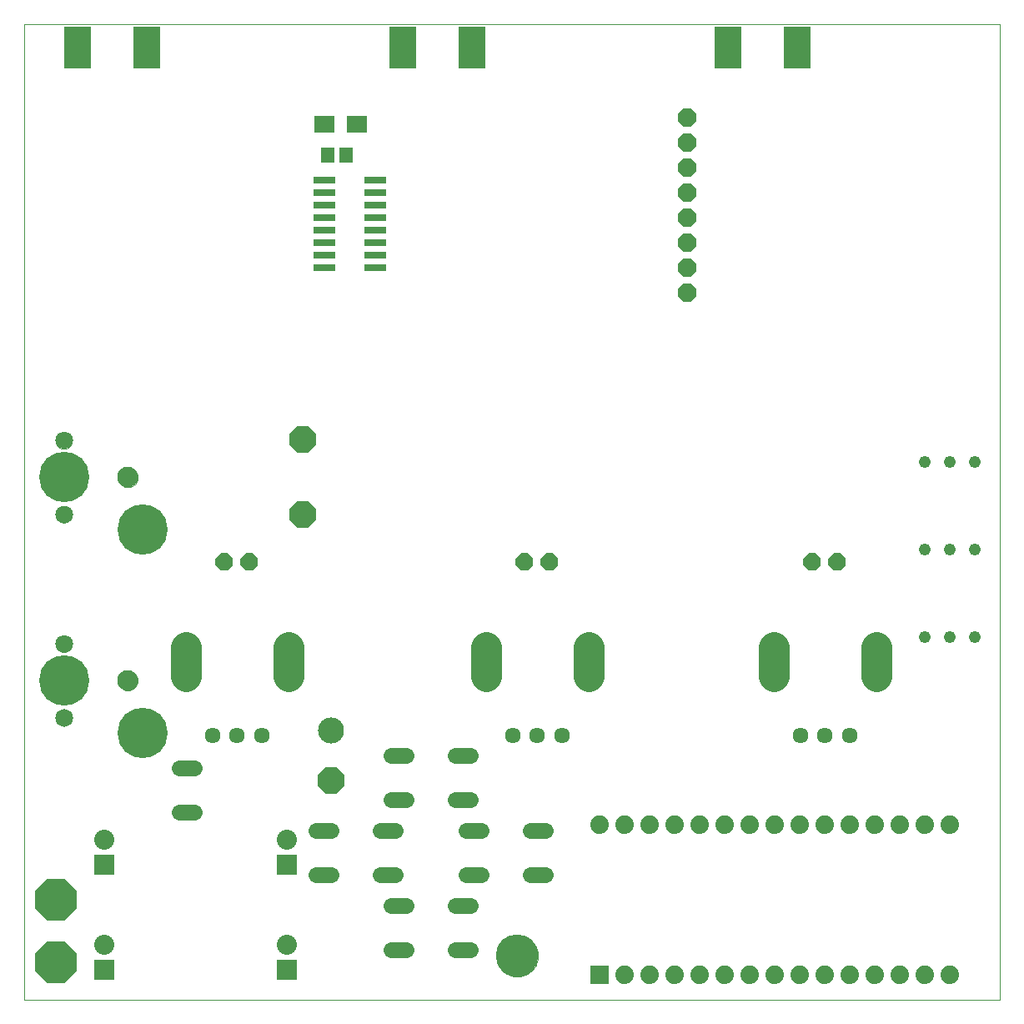
<source format=gbs>
G75*
%MOIN*%
%OFA0B0*%
%FSLAX24Y24*%
%IPPOS*%
%LPD*%
%AMOC8*
5,1,8,0,0,1.08239X$1,22.5*
%
%ADD10C,0.0000*%
%ADD11C,0.1694*%
%ADD12C,0.0480*%
%ADD13R,0.0740X0.0740*%
%ADD14C,0.0740*%
%ADD15R,0.0906X0.0276*%
%ADD16R,0.0788X0.0670*%
%ADD17OC8,0.1040*%
%ADD18OC8,0.0700*%
%ADD19C,0.0634*%
%ADD20R,0.0800X0.0800*%
%ADD21C,0.0800*%
%ADD22OC8,0.0740*%
%ADD23OC8,0.1680*%
%ADD24C,0.1221*%
%ADD25C,0.0634*%
%ADD26C,0.2009*%
%ADD27C,0.0709*%
%ADD28C,0.0827*%
%ADD29R,0.1090X0.1690*%
%ADD30R,0.0552X0.0631*%
%ADD31C,0.1040*%
%ADD32C,0.0640*%
D10*
X003644Y000150D02*
X003644Y039150D01*
X042644Y039150D01*
X042644Y000150D01*
X003644Y000150D01*
X004884Y011424D02*
X004886Y011460D01*
X004892Y011496D01*
X004902Y011531D01*
X004915Y011565D01*
X004932Y011597D01*
X004952Y011627D01*
X004976Y011654D01*
X005002Y011679D01*
X005031Y011701D01*
X005062Y011720D01*
X005095Y011735D01*
X005129Y011747D01*
X005165Y011755D01*
X005201Y011759D01*
X005237Y011759D01*
X005273Y011755D01*
X005309Y011747D01*
X005343Y011735D01*
X005376Y011720D01*
X005407Y011701D01*
X005436Y011679D01*
X005462Y011654D01*
X005486Y011627D01*
X005506Y011597D01*
X005523Y011565D01*
X005536Y011531D01*
X005546Y011496D01*
X005552Y011460D01*
X005554Y011424D01*
X005552Y011388D01*
X005546Y011352D01*
X005536Y011317D01*
X005523Y011283D01*
X005506Y011251D01*
X005486Y011221D01*
X005462Y011194D01*
X005436Y011169D01*
X005407Y011147D01*
X005376Y011128D01*
X005343Y011113D01*
X005309Y011101D01*
X005273Y011093D01*
X005237Y011089D01*
X005201Y011089D01*
X005165Y011093D01*
X005129Y011101D01*
X005095Y011113D01*
X005062Y011128D01*
X005031Y011147D01*
X005002Y011169D01*
X004976Y011194D01*
X004952Y011221D01*
X004932Y011251D01*
X004915Y011283D01*
X004902Y011317D01*
X004892Y011352D01*
X004886Y011388D01*
X004884Y011424D01*
X007384Y012900D02*
X007386Y012939D01*
X007392Y012978D01*
X007402Y013016D01*
X007415Y013053D01*
X007432Y013088D01*
X007452Y013122D01*
X007476Y013153D01*
X007503Y013182D01*
X007532Y013208D01*
X007564Y013231D01*
X007598Y013251D01*
X007634Y013267D01*
X007671Y013279D01*
X007710Y013288D01*
X007749Y013293D01*
X007788Y013294D01*
X007827Y013291D01*
X007866Y013284D01*
X007903Y013273D01*
X007940Y013259D01*
X007975Y013241D01*
X008008Y013220D01*
X008039Y013195D01*
X008067Y013168D01*
X008092Y013138D01*
X008114Y013105D01*
X008133Y013071D01*
X008148Y013035D01*
X008160Y012997D01*
X008168Y012959D01*
X008172Y012920D01*
X008172Y012880D01*
X008168Y012841D01*
X008160Y012803D01*
X008148Y012765D01*
X008133Y012729D01*
X008114Y012695D01*
X008092Y012662D01*
X008067Y012632D01*
X008039Y012605D01*
X008008Y012580D01*
X007975Y012559D01*
X007940Y012541D01*
X007903Y012527D01*
X007866Y012516D01*
X007827Y012509D01*
X007788Y012506D01*
X007749Y012507D01*
X007710Y012512D01*
X007671Y012521D01*
X007634Y012533D01*
X007598Y012549D01*
X007564Y012569D01*
X007532Y012592D01*
X007503Y012618D01*
X007476Y012647D01*
X007452Y012678D01*
X007432Y012712D01*
X007415Y012747D01*
X007402Y012784D01*
X007392Y012822D01*
X007386Y012861D01*
X007384Y012900D01*
X004884Y014376D02*
X004886Y014412D01*
X004892Y014448D01*
X004902Y014483D01*
X004915Y014517D01*
X004932Y014549D01*
X004952Y014579D01*
X004976Y014606D01*
X005002Y014631D01*
X005031Y014653D01*
X005062Y014672D01*
X005095Y014687D01*
X005129Y014699D01*
X005165Y014707D01*
X005201Y014711D01*
X005237Y014711D01*
X005273Y014707D01*
X005309Y014699D01*
X005343Y014687D01*
X005376Y014672D01*
X005407Y014653D01*
X005436Y014631D01*
X005462Y014606D01*
X005486Y014579D01*
X005506Y014549D01*
X005523Y014517D01*
X005536Y014483D01*
X005546Y014448D01*
X005552Y014412D01*
X005554Y014376D01*
X005552Y014340D01*
X005546Y014304D01*
X005536Y014269D01*
X005523Y014235D01*
X005506Y014203D01*
X005486Y014173D01*
X005462Y014146D01*
X005436Y014121D01*
X005407Y014099D01*
X005376Y014080D01*
X005343Y014065D01*
X005309Y014053D01*
X005273Y014045D01*
X005237Y014041D01*
X005201Y014041D01*
X005165Y014045D01*
X005129Y014053D01*
X005095Y014065D01*
X005062Y014080D01*
X005031Y014099D01*
X005002Y014121D01*
X004976Y014146D01*
X004952Y014173D01*
X004932Y014203D01*
X004915Y014235D01*
X004902Y014269D01*
X004892Y014304D01*
X004886Y014340D01*
X004884Y014376D01*
X004884Y019549D02*
X004886Y019585D01*
X004892Y019621D01*
X004902Y019656D01*
X004915Y019690D01*
X004932Y019722D01*
X004952Y019752D01*
X004976Y019779D01*
X005002Y019804D01*
X005031Y019826D01*
X005062Y019845D01*
X005095Y019860D01*
X005129Y019872D01*
X005165Y019880D01*
X005201Y019884D01*
X005237Y019884D01*
X005273Y019880D01*
X005309Y019872D01*
X005343Y019860D01*
X005376Y019845D01*
X005407Y019826D01*
X005436Y019804D01*
X005462Y019779D01*
X005486Y019752D01*
X005506Y019722D01*
X005523Y019690D01*
X005536Y019656D01*
X005546Y019621D01*
X005552Y019585D01*
X005554Y019549D01*
X005552Y019513D01*
X005546Y019477D01*
X005536Y019442D01*
X005523Y019408D01*
X005506Y019376D01*
X005486Y019346D01*
X005462Y019319D01*
X005436Y019294D01*
X005407Y019272D01*
X005376Y019253D01*
X005343Y019238D01*
X005309Y019226D01*
X005273Y019218D01*
X005237Y019214D01*
X005201Y019214D01*
X005165Y019218D01*
X005129Y019226D01*
X005095Y019238D01*
X005062Y019253D01*
X005031Y019272D01*
X005002Y019294D01*
X004976Y019319D01*
X004952Y019346D01*
X004932Y019376D01*
X004915Y019408D01*
X004902Y019442D01*
X004892Y019477D01*
X004886Y019513D01*
X004884Y019549D01*
X007384Y021025D02*
X007386Y021064D01*
X007392Y021103D01*
X007402Y021141D01*
X007415Y021178D01*
X007432Y021213D01*
X007452Y021247D01*
X007476Y021278D01*
X007503Y021307D01*
X007532Y021333D01*
X007564Y021356D01*
X007598Y021376D01*
X007634Y021392D01*
X007671Y021404D01*
X007710Y021413D01*
X007749Y021418D01*
X007788Y021419D01*
X007827Y021416D01*
X007866Y021409D01*
X007903Y021398D01*
X007940Y021384D01*
X007975Y021366D01*
X008008Y021345D01*
X008039Y021320D01*
X008067Y021293D01*
X008092Y021263D01*
X008114Y021230D01*
X008133Y021196D01*
X008148Y021160D01*
X008160Y021122D01*
X008168Y021084D01*
X008172Y021045D01*
X008172Y021005D01*
X008168Y020966D01*
X008160Y020928D01*
X008148Y020890D01*
X008133Y020854D01*
X008114Y020820D01*
X008092Y020787D01*
X008067Y020757D01*
X008039Y020730D01*
X008008Y020705D01*
X007975Y020684D01*
X007940Y020666D01*
X007903Y020652D01*
X007866Y020641D01*
X007827Y020634D01*
X007788Y020631D01*
X007749Y020632D01*
X007710Y020637D01*
X007671Y020646D01*
X007634Y020658D01*
X007598Y020674D01*
X007564Y020694D01*
X007532Y020717D01*
X007503Y020743D01*
X007476Y020772D01*
X007452Y020803D01*
X007432Y020837D01*
X007415Y020872D01*
X007402Y020909D01*
X007392Y020947D01*
X007386Y020986D01*
X007384Y021025D01*
X004884Y022501D02*
X004886Y022537D01*
X004892Y022573D01*
X004902Y022608D01*
X004915Y022642D01*
X004932Y022674D01*
X004952Y022704D01*
X004976Y022731D01*
X005002Y022756D01*
X005031Y022778D01*
X005062Y022797D01*
X005095Y022812D01*
X005129Y022824D01*
X005165Y022832D01*
X005201Y022836D01*
X005237Y022836D01*
X005273Y022832D01*
X005309Y022824D01*
X005343Y022812D01*
X005376Y022797D01*
X005407Y022778D01*
X005436Y022756D01*
X005462Y022731D01*
X005486Y022704D01*
X005506Y022674D01*
X005523Y022642D01*
X005536Y022608D01*
X005546Y022573D01*
X005552Y022537D01*
X005554Y022501D01*
X005552Y022465D01*
X005546Y022429D01*
X005536Y022394D01*
X005523Y022360D01*
X005506Y022328D01*
X005486Y022298D01*
X005462Y022271D01*
X005436Y022246D01*
X005407Y022224D01*
X005376Y022205D01*
X005343Y022190D01*
X005309Y022178D01*
X005273Y022170D01*
X005237Y022166D01*
X005201Y022166D01*
X005165Y022170D01*
X005129Y022178D01*
X005095Y022190D01*
X005062Y022205D01*
X005031Y022224D01*
X005002Y022246D01*
X004976Y022271D01*
X004952Y022298D01*
X004932Y022328D01*
X004915Y022360D01*
X004902Y022394D01*
X004892Y022429D01*
X004886Y022465D01*
X004884Y022501D01*
X022517Y001900D02*
X022519Y001957D01*
X022525Y002014D01*
X022535Y002070D01*
X022548Y002126D01*
X022566Y002180D01*
X022587Y002233D01*
X022612Y002284D01*
X022640Y002334D01*
X022672Y002381D01*
X022706Y002427D01*
X022744Y002469D01*
X022785Y002509D01*
X022828Y002547D01*
X022874Y002581D01*
X022922Y002611D01*
X022972Y002639D01*
X023024Y002663D01*
X023078Y002683D01*
X023132Y002699D01*
X023188Y002712D01*
X023244Y002721D01*
X023301Y002726D01*
X023358Y002727D01*
X023415Y002724D01*
X023472Y002717D01*
X023528Y002706D01*
X023583Y002692D01*
X023637Y002673D01*
X023690Y002651D01*
X023741Y002626D01*
X023790Y002596D01*
X023837Y002564D01*
X023882Y002528D01*
X023924Y002490D01*
X023963Y002448D01*
X023999Y002404D01*
X024033Y002358D01*
X024063Y002309D01*
X024089Y002259D01*
X024112Y002207D01*
X024131Y002153D01*
X024147Y002098D01*
X024159Y002042D01*
X024167Y001985D01*
X024171Y001929D01*
X024171Y001871D01*
X024167Y001815D01*
X024159Y001758D01*
X024147Y001702D01*
X024131Y001647D01*
X024112Y001593D01*
X024089Y001541D01*
X024063Y001491D01*
X024033Y001442D01*
X023999Y001396D01*
X023963Y001352D01*
X023924Y001310D01*
X023882Y001272D01*
X023837Y001236D01*
X023790Y001204D01*
X023741Y001174D01*
X023690Y001149D01*
X023637Y001127D01*
X023583Y001108D01*
X023528Y001094D01*
X023472Y001083D01*
X023415Y001076D01*
X023358Y001073D01*
X023301Y001074D01*
X023244Y001079D01*
X023188Y001088D01*
X023132Y001101D01*
X023078Y001117D01*
X023024Y001137D01*
X022972Y001161D01*
X022922Y001189D01*
X022874Y001219D01*
X022828Y001253D01*
X022785Y001291D01*
X022744Y001331D01*
X022706Y001373D01*
X022672Y001419D01*
X022640Y001466D01*
X022612Y001516D01*
X022587Y001567D01*
X022566Y001620D01*
X022548Y001674D01*
X022535Y001730D01*
X022525Y001786D01*
X022519Y001843D01*
X022517Y001900D01*
D11*
X023344Y001900D03*
D12*
X039644Y014650D03*
X040644Y014650D03*
X041644Y014650D03*
X041644Y018150D03*
X040644Y018150D03*
X039644Y018150D03*
X039644Y021650D03*
X040644Y021650D03*
X041644Y021650D03*
D13*
X026644Y001150D03*
D14*
X027644Y001150D03*
X028644Y001150D03*
X029644Y001150D03*
X030644Y001150D03*
X031644Y001150D03*
X032644Y001150D03*
X033644Y001150D03*
X034644Y001150D03*
X035644Y001150D03*
X036644Y001150D03*
X037644Y001150D03*
X038644Y001150D03*
X039644Y001150D03*
X040644Y001150D03*
X040644Y007150D03*
X039644Y007150D03*
X038644Y007150D03*
X037644Y007150D03*
X036644Y007150D03*
X035644Y007150D03*
X034644Y007150D03*
X033644Y007150D03*
X032644Y007150D03*
X031644Y007150D03*
X030644Y007150D03*
X029644Y007150D03*
X028644Y007150D03*
X027644Y007150D03*
X026644Y007150D03*
D15*
X017668Y029400D03*
X017668Y029900D03*
X017668Y030400D03*
X017668Y030900D03*
X017668Y031400D03*
X017668Y031900D03*
X017668Y032400D03*
X017668Y032900D03*
X015620Y032900D03*
X015620Y032400D03*
X015620Y031900D03*
X015620Y031400D03*
X015620Y030900D03*
X015620Y030400D03*
X015620Y029900D03*
X015620Y029400D03*
D16*
X015619Y035150D03*
X016919Y035150D03*
D17*
X014769Y022525D03*
X014769Y019525D03*
X015894Y008900D03*
D18*
X012644Y017650D03*
X011644Y017650D03*
X023644Y017650D03*
X024644Y017650D03*
X035144Y017650D03*
X036144Y017650D03*
D19*
X024470Y006911D02*
X023877Y006911D01*
X021911Y006911D02*
X021318Y006911D01*
X021470Y008139D02*
X020877Y008139D01*
X018911Y008139D02*
X018318Y008139D01*
X018470Y006911D02*
X017877Y006911D01*
X017877Y005139D02*
X018470Y005139D01*
X018318Y003911D02*
X018911Y003911D01*
X020877Y003911D02*
X021470Y003911D01*
X021318Y005139D02*
X021911Y005139D01*
X023877Y005139D02*
X024470Y005139D01*
X021470Y002139D02*
X020877Y002139D01*
X018911Y002139D02*
X018318Y002139D01*
X015911Y005139D02*
X015318Y005139D01*
X015318Y006911D02*
X015911Y006911D01*
X018318Y009911D02*
X018911Y009911D01*
X020877Y009911D02*
X021470Y009911D01*
D20*
X014144Y005550D03*
X014144Y001350D03*
X006844Y001350D03*
X006844Y005550D03*
D21*
X006844Y006550D03*
X006844Y002350D03*
X014144Y002350D03*
X014144Y006550D03*
D22*
X030144Y028400D03*
X030144Y029400D03*
X030144Y030400D03*
X030144Y031400D03*
X030144Y032400D03*
X030144Y033400D03*
X030144Y034400D03*
X030144Y035400D03*
D23*
X004894Y004150D03*
X004894Y001650D03*
D24*
X010097Y013059D02*
X010097Y014241D01*
X014191Y014241D02*
X014191Y013059D01*
X022097Y013059D02*
X022097Y014241D01*
X026191Y014241D02*
X026191Y013059D01*
X033597Y013059D02*
X033597Y014241D01*
X037691Y014241D02*
X037691Y013059D01*
D25*
X036628Y010697D03*
X035644Y010697D03*
X034660Y010697D03*
X025128Y010697D03*
X024144Y010697D03*
X023160Y010697D03*
X013128Y010697D03*
X012144Y010697D03*
X011160Y010697D03*
D26*
X008368Y010813D03*
X005219Y012900D03*
X008368Y018938D03*
X005219Y021025D03*
D27*
X005219Y022501D03*
X005219Y019549D03*
X005219Y014376D03*
X005219Y011424D03*
D28*
X007778Y012900D03*
X007778Y021025D03*
D29*
X008520Y038222D03*
X005768Y038222D03*
X018768Y038222D03*
X021520Y038222D03*
X031768Y038222D03*
X034520Y038222D03*
D30*
X016518Y033900D03*
X015770Y033900D03*
D31*
X015894Y010900D03*
D32*
X010444Y009400D02*
X009844Y009400D01*
X009844Y007650D02*
X010444Y007650D01*
M02*

</source>
